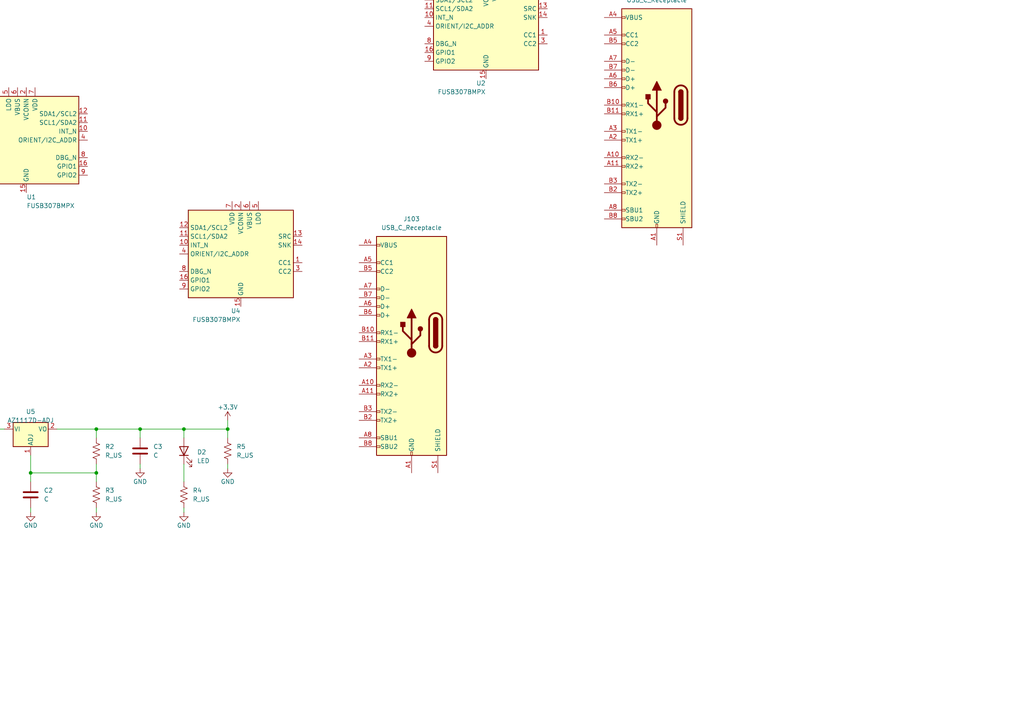
<source format=kicad_sch>
(kicad_sch (version 20230121) (generator eeschema)
  (paper "A4")
  (lib_symbols
    (symbol "Connector:USB_C_Receptacle" (pin_names (offset 1.016))
      (property "Reference" "J" (at -10.16 29.21 0))
      (property "Value" "USB_C_Receptacle" (at 10.16 29.21 0))
      (symbol "USB_C_Receptacle_0_0"
        (rectangle (start -0.254 -35.56) (end 0.254 -34.544))
        (rectangle (start 10.16 -32.766) (end 9.144 -33.274))
        (rectangle (start 10.16 -30.226) (end 9.144 -30.734))
        (rectangle (start 10.16 -25.146) (end 9.144 -25.654))
        (rectangle (start 10.16 -22.606) (end 9.144 -23.114))
        (rectangle (start 10.16 -17.526) (end 9.144 -18.034))
        (rectangle (start 10.16 -14.986) (end 9.144 -15.494))
        (rectangle (start 10.16 -9.906) (end 9.144 -10.414))
        (rectangle (start 10.16 -7.366) (end 9.144 -7.874))
        (rectangle (start 10.16 -2.286) (end 9.144 -2.794))
        (rectangle (start 10.16 0.254) (end 9.144 -0.254))
        (rectangle (start 10.16 5.334) (end 9.144 4.826))
        (rectangle (start 10.16 7.874) (end 9.144 7.366))
        (rectangle (start 10.16 10.414) (end 9.144 9.906))
        (rectangle (start 10.16 12.954) (end 9.144 12.446))
        (rectangle (start 10.16 18.034) (end 9.144 17.526))
        (rectangle (start 10.16 20.574) (end 9.144 20.066))
        (rectangle (start 10.16 25.654) (end 9.144 25.146))
      )
      (symbol "USB_C_Receptacle_0_1"
        (rectangle (start -10.16 27.94) (end 10.16 -35.56) (stroke (width 0.254)) (fill (type background)))
        (arc (start -8.89 -3.81) (mid -6.985 -5.7067) (end -5.08 -3.81) (stroke (width 0.508)))
        (arc (start -7.62 -3.81) (mid -6.985 -4.4423) (end -6.35 -3.81) (stroke (width 0.254)))
        (arc (start -7.62 -3.81) (mid -6.985 -4.4423) (end -6.35 -3.81) (stroke (width 0.254)) (fill (type outline)))
        (rectangle (start -7.62 -3.81) (end -6.35 3.81) (stroke (width 0.254)) (fill (type outline)))
        (arc (start -6.35 3.81) (mid -6.985 4.4423) (end -7.62 3.81) (stroke (width 0.254)))
        (arc (start -6.35 3.81) (mid -6.985 4.4423) (end -7.62 3.81) (stroke (width 0.254)) (fill (type outline)))
        (arc (start -5.08 3.81) (mid -6.985 5.7067) (end -8.89 3.81) (stroke (width 0.508)))
        (polyline (pts (xy -8.89 -3.81) (xy -8.89 3.81)) (stroke (width 0.508)))
        (polyline (pts (xy -5.08 3.81) (xy -5.08 -3.81)) (stroke (width 0.508)))
      )
      (symbol "USB_C_Receptacle_1_1"
        (circle (center -2.54 1.143) (radius 0.635) (stroke (width 0.254)) (fill (type outline)))
        (circle (center 0 -5.842) (radius 1.27) (fill (type outline)))
        (polyline (pts (xy 0 -5.842) (xy 0 4.318)) (stroke (width 0.508)))
        (polyline (pts (xy 0 -3.302) (xy -2.54 -0.762) (xy -2.54 0.508)) (stroke (width 0.508)))
        (polyline (pts (xy 0 -2.032) (xy 2.54 0.508) (xy 2.54 1.778)) (stroke (width 0.508)))
        (polyline (pts (xy -1.27 4.318) (xy 0 6.858) (xy 1.27 4.318) (xy -1.27 4.318)) (stroke (width 0.254)) (fill (type outline)))
        (rectangle (start 1.905 1.778) (end 3.175 3.048) (stroke (width 0.254)) (fill (type outline)))
        (pin passive line (at 0 -40.64 90) (length 5.08) (name "GND") (number "A1"))
        (pin bidirectional line (at 15.24 -15.24 180) (length 5.08) (name "RX2-") (number "A10"))
        (pin bidirectional line (at 15.24 -17.78 180) (length 5.08) (name "RX2+") (number "A11"))
        (pin passive line (at 0 -40.64 90) (length 5.08) hide (name "GND") (number "A12"))
        (pin bidirectional line (at 15.24 -10.16 180) (length 5.08) (name "TX1+") (number "A2"))
        (pin bidirectional line (at 15.24 -7.62 180) (length 5.08) (name "TX1-") (number "A3"))
        (pin passive line (at 15.24 25.4 180) (length 5.08) (name "VBUS") (number "A4"))
        (pin bidirectional line (at 15.24 20.32 180) (length 5.08) (name "CC1") (number "A5"))
        (pin bidirectional line (at 15.24 7.62 180) (length 5.08) (name "D+") (number "A6"))
        (pin bidirectional line (at 15.24 12.7 180) (length 5.08) (name "D-") (number "A7"))
        (pin bidirectional line (at 15.24 -30.48 180) (length 5.08) (name "SBU1") (number "A8"))
        (pin passive line (at 15.24 25.4 180) (length 5.08) hide (name "VBUS") (number "A9"))
        (pin passive line (at 0 -40.64 90) (length 5.08) hide (name "GND") (number "B1"))
        (pin bidirectional line (at 15.24 0 180) (length 5.08) (name "RX1-") (number "B10"))
        (pin bidirectional line (at 15.24 -2.54 180) (length 5.08) (name "RX1+") (number "B11"))
        (pin passive line (at 0 -40.64 90) (length 5.08) hide (name "GND") (number "B12"))
        (pin bidirectional line (at 15.24 -25.4 180) (length 5.08) (name "TX2+") (number "B2"))
        (pin bidirectional line (at 15.24 -22.86 180) (length 5.08) (name "TX2-") (number "B3"))
        (pin passive line (at 15.24 25.4 180) (length 5.08) hide (name "VBUS") (number "B4"))
        (pin bidirectional line (at 15.24 17.78 180) (length 5.08) (name "CC2") (number "B5"))
        (pin bidirectional line (at 15.24 5.08 180) (length 5.08) (name "D+") (number "B6"))
        (pin bidirectional line (at 15.24 10.16 180) (length 5.08) (name "D-") (number "B7"))
        (pin bidirectional line (at 15.24 -33.02 180) (length 5.08) (name "SBU2") (number "B8"))
        (pin passive line (at 15.24 25.4 180) (length 5.08) hide (name "VBUS") (number "B9"))
        (pin passive line (at -7.62 -40.64 90) (length 5.08) (name "SHIELD") (number "S1"))
      )
    )
    (symbol "Device:C" (pin_numbers hide) (pin_names (offset 0.254))
      (property "Reference" "C" (at 0.635 2.54 0))
      (property "Value" "C" (at 0.635 -2.54 0))
      (symbol "C_0_1"
        (polyline (pts (xy -2.032 -0.762) (xy 2.032 -0.762)) (stroke (width 0.508)))
        (polyline (pts (xy -2.032 0.762) (xy 2.032 0.762)) (stroke (width 0.508)))
      )
      (symbol "C_1_1"
        (pin passive line (at 0 3.81 270) (length 2.794) (name "~") (number "1"))
        (pin passive line (at 0 -3.81 90) (length 2.794) (name "~") (number "2"))
      )
    )
    (symbol "Device:LED" (pin_numbers hide) (pin_names (offset 1.016) hide)
      (property "Reference" "D" (at 0 2.54 0))
      (property "Value" "LED" (at 0 -2.54 0))
      (symbol "LED_0_1"
        (polyline (pts (xy -1.27 -1.27) (xy -1.27 1.27)) (stroke (width 0.254)))
        (polyline (pts (xy -1.27 0) (xy 1.27 0)))
        (polyline (pts (xy 1.27 -1.27) (xy 1.27 1.27) (xy -1.27 0) (xy 1.27 -1.27)) (stroke (width 0.254)))
        (polyline (pts (xy -3.048 -0.762) (xy -4.572 -2.286) (xy -3.81 -2.286) (xy -4.572 -2.286) (xy -4.572 -1.524)))
        (polyline (pts (xy -1.778 -0.762) (xy -3.302 -2.286) (xy -2.54 -2.286) (xy -3.302 -2.286) (xy -3.302 -1.524)))
      )
      (symbol "LED_1_1"
        (pin passive line (at -3.81 0 0) (length 2.54) (name "K") (number "1"))
        (pin passive line (at 3.81 0 180) (length 2.54) (name "A") (number "2"))
      )
    )
    (symbol "Device:R_US" (pin_numbers hide) (pin_names (offset 0))
      (property "Reference" "R" (at 2.54 0 90))
      (property "Value" "R_US" (at -2.54 0 90))
      (symbol "R_US_0_1"
        (polyline (pts (xy 0 -2.286) (xy 0 -2.54)))
        (polyline (pts (xy 0 2.286) (xy 0 2.54)))
        (polyline (pts (xy 0 -0.762) (xy 1.016 -1.143) (xy 0 -1.524) (xy -1.016 -1.905) (xy 0 -2.286)))
        (polyline (pts (xy 0 0.762) (xy 1.016 0.381) (xy 0 0) (xy -1.016 -0.381) (xy 0 -0.762)))
        (polyline (pts (xy 0 2.286) (xy 1.016 1.905) (xy 0 1.524) (xy -1.016 1.143) (xy 0 0.762)))
      )
      (symbol "R_US_1_1"
        (pin passive line (at 0 3.81 270) (length 1.27) (name "~") (number "1"))
        (pin passive line (at 0 -3.81 90) (length 1.27) (name "~") (number "2"))
      )
    )
    (symbol "Interface_USB:FUSB307BMPX"
      (property "Reference" "U" (at -15.24 13.97 0))
      (property "Value" "FUSB307BMPX" (at 6.35 13.97 0))
      (symbol "FUSB307BMPX_0_1"
        (rectangle (start -15.24 12.7) (end 15.24 -12.7) (stroke (width 0.254)) (fill (type background)))
      )
      (symbol "FUSB307BMPX_1_1"
        (pin bidirectional line (at 17.78 -2.54 180) (length 2.54) (name "CC1") (number "1"))
        (pin open_collector line (at -17.78 2.54 0) (length 2.54) (name "INT_N") (number "10"))
        (pin bidirectional line (at -17.78 5.08 0) (length 2.54) (name "SCL1/SDA2") (number "11"))
        (pin bidirectional line (at -17.78 7.62 0) (length 2.54) (name "SDA1/SCL2") (number "12"))
        (pin output line (at 17.78 5.08 180) (length 2.54) (name "SRC") (number "13"))
        (pin output line (at 17.78 2.54 180) (length 2.54) (name "SNK") (number "14"))
        (pin power_in line (at 0 -15.24 90) (length 2.54) (name "GND") (number "15"))
        (pin bidirectional line (at -17.78 -7.62 0) (length 2.54) (name "GPIO1") (number "16"))
        (pin passive line (at 0 -15.24 90) (length 2.54) hide (name "GND") (number "17"))
        (pin power_in line (at 0 15.24 270) (length 2.54) (name "VCONN") (number "2"))
        (pin bidirectional line (at 17.78 -5.08 180) (length 2.54) (name "CC2") (number "3"))
        (pin tri_state line (at -17.78 0 0) (length 2.54) (name "ORIENT/I2C_ADDR") (number "4"))
        (pin power_out line (at 5.08 15.24 270) (length 2.54) (name "LDO") (number "5"))
        (pin power_in line (at 2.54 15.24 270) (length 2.54) (name "VBUS") (number "6"))
        (pin power_in line (at -2.54 15.24 270) (length 2.54) (name "VDD") (number "7"))
        (pin open_collector line (at -17.78 -5.08 0) (length 2.54) (name "DBG_N") (number "8"))
        (pin bidirectional line (at -17.78 -10.16 0) (length 2.54) (name "GPIO2") (number "9"))
      )
    )
    (symbol "Regulator_Linear:AZ1117D-ADJ" (pin_names (offset 0.254))
      (property "Reference" "U" (at -3.81 3.175 0))
      (property "Value" "AZ1117D-ADJ" (at 0 3.175 0))
      (symbol "AZ1117D-ADJ_0_1"
        (rectangle (start -5.08 1.905) (end 5.08 -5.08) (stroke (width 0.254)) (fill (type background)))
      )
      (symbol "AZ1117D-ADJ_1_1"
        (pin input line (at 0 -7.62 90) (length 2.54) (name "ADJ") (number "1"))
        (pin power_out line (at 7.62 0 180) (length 2.54) (name "VO") (number "2"))
        (pin power_in line (at -7.62 0 0) (length 2.54) (name "VI") (number "3"))
      )
    )
    (symbol "power:+3.3V" (power) (pin_names (offset 0))
      (property "Value" "+3.3V" (at 0 3.556 0))
      (symbol "+3.3V_0_1"
        (polyline (pts (xy -0.762 1.27) (xy 0 2.54)))
        (polyline (pts (xy 0 0) (xy 0 2.54)))
        (polyline (pts (xy 0 2.54) (xy 0.762 1.27)))
      )
      (symbol "+3.3V_1_1"
        (pin power_in line (at 0 0 90) (length 0) hide (name "+3.3V") (number "1"))
      )
    )
    (symbol "power:+5V" (power) (pin_names (offset 0))
      (property "Value" "+5V" (at 0 3.556 0))
      (symbol "+5V_0_1"
        (polyline (pts (xy -0.762 1.27) (xy 0 2.54)))
        (polyline (pts (xy 0 0) (xy 0 2.54)))
        (polyline (pts (xy 0 2.54) (xy 0.762 1.27)))
      )
      (symbol "+5V_1_1"
        (pin power_in line (at 0 0 90) (length 0) hide (name "+5V") (number "1"))
      )
    )
    (symbol "power:GND" (power) (pin_names (offset 0))
      (property "Value" "GND" (at 0 -3.81 0))
      (symbol "GND_0_1"
        (polyline (pts (xy 0 0) (xy 0 -1.27) (xy 1.27 -1.27) (xy 0 -2.54) (xy -1.27 -1.27) (xy 0 -1.27)))
      )
      (symbol "GND_1_1"
        (pin power_in line (at 0 0 270) (length 0) hide (name "GND") (number "1"))
      )
    )
  )
  (junction (at 66.04 124.46))
  (junction (at -35.56 124.46))
  (junction (at 27.94 124.46))
  (junction (at 40.64 124.46))
  (junction (at 27.94 137.16))
  (junction (at -10.16 124.46))
  (junction (at -22.86 124.46))
  (junction (at 53.34 124.46))
  (junction (at 8.89 137.16))
  (wire (pts (xy 8.89 137.16) (xy 8.89 139.7)))
  (wire (pts (xy -39.37 45.72) (xy -10.16 45.72)))
  (wire (pts (xy 27.94 147.32) (xy 27.94 148.59)))
  (wire (pts (xy 27.94 124.46) (xy 27.94 127)))
  (wire (pts (xy -10.16 124.46) (xy 1.27 124.46)))
  (wire (pts (xy -10.16 134.62) (xy -10.16 135.89)))
  (wire (pts (xy 66.04 124.46) (xy 66.04 127)))
  (wire (pts (xy -39.37 43.18) (xy -10.16 43.18)))
  (wire (pts (xy -10.16 124.46) (xy -10.16 127)))
  (wire (pts (xy -35.56 124.46) (xy -35.56 121.92)))
  (wire (pts (xy -35.56 124.46) (xy -22.86 124.46)))
  (wire (pts (xy 8.89 137.16) (xy 27.94 137.16)))
  (wire (pts (xy 53.34 124.46) (xy 53.34 127)))
  (wire (pts (xy 27.94 139.7) (xy 27.94 137.16)))
  (wire (pts (xy 40.64 134.62) (xy 40.64 135.89)))
  (wire (pts (xy 53.34 124.46) (xy 66.04 124.46)))
  (wire (pts (xy 8.89 147.32) (xy 8.89 148.59)))
  (wire (pts (xy -22.86 124.46) (xy -10.16 124.46)))
  (wire (pts (xy 40.64 124.46) (xy 40.64 127)))
  (wire (pts (xy 27.94 124.46) (xy 40.64 124.46)))
  (wire (pts (xy 16.51 124.46) (xy 27.94 124.46)))
  (wire (pts (xy 53.34 147.32) (xy 53.34 148.59)))
  (wire (pts (xy -22.86 147.32) (xy -22.86 148.59)))
  (wire (pts (xy 27.94 134.62) (xy 27.94 137.16)))
  (wire (pts (xy 40.64 124.46) (xy 53.34 124.46)))
  (wire (pts (xy 66.04 134.62) (xy 66.04 135.89)))
  (wire (pts (xy -22.86 124.46) (xy -22.86 127)))
  (wire (pts (xy -45.72 124.46) (xy -35.56 124.46)))
  (wire (pts (xy 8.89 132.08) (xy 8.89 137.16)))
  (wire (pts (xy -22.86 134.62) (xy -22.86 139.7)))
  (wire (pts (xy 53.34 134.62) (xy 53.34 139.7)))
  (wire (pts (xy 66.04 124.46) (xy 66.04 121.92)))
  (symbol (lib_id "power:GND") (at 53.34 148.59 0) (unit 1)
    (property "Reference" "#PWR07" (effects hide))
    (property "Value" "GND" (at 53.34 152.4 0))
  )
  (symbol (lib_id "power:GND") (at -22.86 148.59 0) (unit 1)
    (property "Reference" "#PWR02" (effects hide))
    (property "Value" "GND" (at -22.86 152.4 0))
  )
  (symbol (lib_id "Device:R_US") (at 27.94 143.51 0) (unit 1)
    (property "Reference" "R3" (at 30.48 142.24 0) (effects (justify left)))
    (property "Value" "R_US" (at 30.48 144.78 0) (effects (justify left)))
  )
  (symbol (lib_id "Device:LED") (at 53.34 130.81 90) (unit 1)
    (property "Reference" "D2" (at 57.15 131.1275 90) (effects (justify right)))
    (property "Value" "LED" (at 57.15 133.6675 90) (effects (justify right)))
  )
  (symbol (lib_id "Connector:USB_C_Receptacle") (at 190.5 30.48 0) (mirror y) (unit 1)
    (property "Reference" "J1" (at 190.5 -2.54 0))
    (property "Value" "USB_C_Receptacle" (at 190.5 0 0))
    (property "Datasheet" "https://www.usb.org/sites/default/files/documents/usb_type-c.zip" (effects hide))
    (instances (project "ErgoDOX" (path "" (reference "J1") (unit 1)) (path "" (reference "J3") (unit 1))))
  )
  (symbol (lib_id "Device:C") (at 8.89 143.51 0) (unit 1)
    (property "Reference" "C2" (at 12.7 142.24 0) (effects (justify left)))
    (property "Value" "C" (at 12.7 144.78 0) (effects (justify left)))
  )
  (symbol (lib_id "Connector:USB_C_Receptacle") (at 119.38 96.52 0) (mirror y) (unit 1)
    (property "Reference" "J103" (at 119.38 63.5 0))
    (property "Value" "USB_C_Receptacle" (at 119.38 66.04 0))
    (property "Datasheet" "https://www.usb.org/sites/default/files/documents/usb_type-c.zip" (effects hide))
    (instances (project "ErgoDOX" (path "" (reference "J103") (unit 1)) (path "" (reference "J2") (unit 1))))
  )
  (symbol (lib_id "power:+5V") (at -35.56 121.92 0) (unit 1)
    (property "Reference" "#PWR01" (effects hide))
    (property "Value" "+5V" (at -35.56 118.11 0))
  )
  (symbol (lib_id "Device:LED") (at -22.86 130.81 90) (unit 1)
    (property "Reference" "D1" (at -19.05 131.1275 90) (effects (justify right)))
    (property "Value" "LED" (at -19.05 133.6675 90) (effects (justify right)))
  )
  (symbol (lib_id "power:GND") (at 66.04 135.89 0) (unit 1)
    (property "Reference" "#PWR09" (effects hide))
    (property "Value" "GND" (at 66.04 139.7 0))
  )
  (symbol (lib_id "Device:R_US") (at -22.86 143.51 0) (unit 1)
    (property "Reference" "R1" (at -20.32 142.24 0) (effects (justify left)))
    (property "Value" "R_US" (at -20.32 144.78 0) (effects (justify left)))
  )
  (symbol (lib_id "Device:R_US") (at 27.94 130.81 0) (unit 1)
    (property "Reference" "R2" (at 30.48 129.54 0) (effects (justify left)))
    (property "Value" "R_US" (at 30.48 132.08 0) (effects (justify left)))
  )
  (symbol (lib_id "Interface_USB:FUSB307BMPX") (at 140.97 7.62 0) (unit 1)
    (property "Reference" "U2" (at 140.8725 24.13 0) (effects (justify right)))
    (property "Value" "FUSB307BMPX" (at 140.8725 26.67 0) (effects (justify right)))
    (property "Footprint" "Package_DFN_QFN:WQFN-16-1EP_3x3mm_P0.5mm_EP1.75x1.75mm" (effects hide))
    (property "Datasheet" "http://www.onsemi.com/pub/Collateral/FUSB307B-D.PDF" (effects hide))
    (instances (project "ErgoDOX" (path "" (reference "U2") (unit 1)) (path "" (reference "U5") (unit 1))))
  )
  (symbol (lib_id "Device:R_US") (at 53.34 143.51 0) (unit 1)
    (property "Reference" "R4" (at 55.88 142.24 0) (effects (justify left)))
    (property "Value" "R_US" (at 55.88 144.78 0) (effects (justify left)))
  )
  (symbol (lib_id "Device:C") (at 40.64 130.81 0) (unit 1)
    (property "Reference" "C3" (at 44.45 129.54 0) (effects (justify left)))
    (property "Value" "C" (at 44.45 132.08 0) (effects (justify left)))
  )
  (symbol (lib_id "power:GND") (at 40.64 135.89 0) (unit 1)
    (property "Reference" "#PWR06" (effects hide))
    (property "Value" "GND" (at 40.64 139.7 0))
  )
  (symbol (lib_id "power:GND") (at 27.94 148.59 0) (unit 1)
    (property "Reference" "#PWR05" (effects hide))
    (property "Value" "GND" (at 27.94 152.4 0))
  )
  (symbol (lib_id "Connector:USB_C_Receptacle") (at -54.61 63.5 0) (unit 1)
    (property "Reference" "J102" (at -54.61 30.48 0))
    (property "Value" "USB_C_Receptacle" (at -54.61 33.02 0))
    (property "Datasheet" "https://www.usb.org/sites/default/files/documents/usb_type-c.zip" (effects hide))
    (instances (project "ErgoDOX" (path "" (reference "J102") (unit 1)) (path "" (reference "J1") (unit 1))))
  )
  (symbol (lib_id "Interface_USB:FUSB307BMPX") (at 7.62 40.64 0) (mirror y) (unit 1)
    (property "Reference" "U1" (at 7.7175 57.15 0) (effects (justify right)))
    (property "Value" "FUSB307BMPX" (at 7.7175 59.69 0) (effects (justify right)))
    (property "Footprint" "Package_DFN_QFN:WQFN-16-1EP_3x3mm_P0.5mm_EP1.75x1.75mm" (effects hide))
    (property "Datasheet" "http://www.onsemi.com/pub/Collateral/FUSB307B-D.PDF" (effects hide))
  )
  (symbol (lib_id "power:GND") (at -10.16 135.89 0) (unit 1)
    (property "Reference" "#PWR03" (effects hide))
    (property "Value" "GND" (at -10.16 139.7 0))
  )
  (symbol (lib_id "power:GND") (at 8.89 148.59 0) (unit 1)
    (property "Reference" "#PWR04" (effects hide))
    (property "Value" "GND" (at 8.89 152.4 0))
  )
  (symbol (lib_id "Device:C") (at -10.16 130.81 0) (unit 1)
    (property "Reference" "C1" (at -6.35 129.54 0) (effects (justify left)))
    (property "Value" "C" (at -6.35 132.08 0) (effects (justify left)))
  )
  (symbol (lib_id "Interface_USB:FUSB307BMPX") (at 69.85 73.66 0) (unit 1)
    (property "Reference" "U4" (at 69.7525 90.17 0) (effects (justify right)))
    (property "Value" "FUSB307BMPX" (at 69.7525 92.71 0) (effects (justify right)))
    (property "Footprint" "Package_DFN_QFN:WQFN-16-1EP_3x3mm_P0.5mm_EP1.75x1.75mm" (effects hide))
    (property "Datasheet" "http://www.onsemi.com/pub/Collateral/FUSB307B-D.PDF" (effects hide))
  )
  (symbol (lib_id "power:+3.3V") (at 66.04 121.92 0) (unit 1)
    (property "Reference" "#PWR08" (effects hide))
    (property "Value" "+3.3V" (at 66.04 118.11 0))
  )
  (symbol (lib_id "Device:R_US") (at 66.04 130.81 0) (unit 1)
    (property "Reference" "R5" (at 68.58 129.54 0) (effects (justify left)))
    (property "Value" "R_US" (at 68.58 132.08 0) (effects (justify left)))
  )
  (symbol (lib_id "Regulator_Linear:AZ1117D-ADJ") (at 8.89 124.46 0) (unit 1)
    (property "Reference" "U5" (at 8.89 119.38 0))
    (property "Value" "AZ1117D-ADJ" (at 8.89 121.92 0))
    (property "Footprint" "Package_TO_SOT_SMD:TO-252-2" (effects hide))
    (property "Datasheet" "https://www.diodes.com/assets/Datasheets/products_inactive_data/AZ1117.pdf" (effects hide))
    (instances (project "ErgoDOX" (path "" (reference "U5") (unit 1)) (path "" (reference "U2") (unit 1))))
  )
)
</source>
